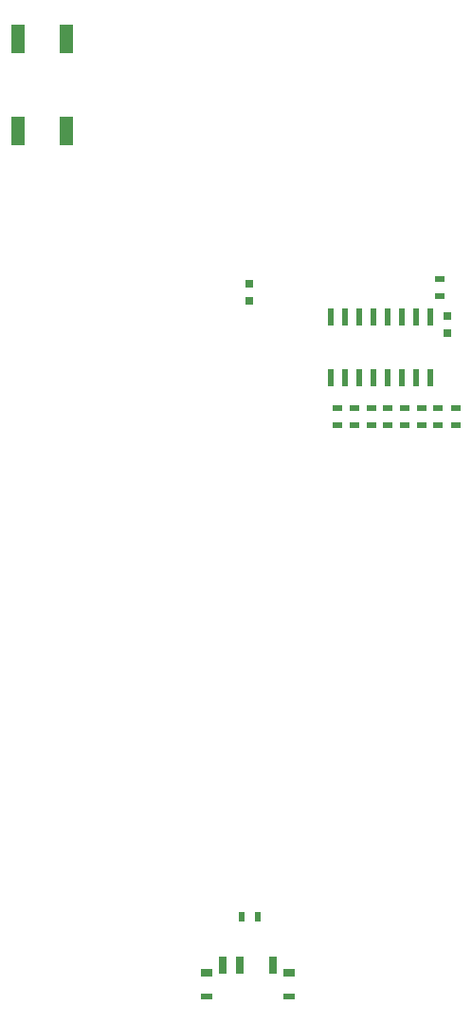
<source format=gbr>
G04 #@! TF.GenerationSoftware,KiCad,Pcbnew,no-vcs-found-bf44d39~61~ubuntu16.04.1*
G04 #@! TF.CreationDate,2018-01-11T19:38:33+02:00*
G04 #@! TF.ProjectId,shd18-badge,73686431382D62616467652E6B696361,rev?*
G04 #@! TF.SameCoordinates,Original*
G04 #@! TF.FileFunction,Paste,Bot*
G04 #@! TF.FilePolarity,Positive*
%FSLAX45Y45*%
G04 Gerber Fmt 4.5, Leading zero omitted, Abs format (unit mm)*
G04 Created by KiCad (PCBNEW no-vcs-found-bf44d39~61~ubuntu16.04.1) date Thu Jan 11 19:38:33 2018*
%MOMM*%
%LPD*%
G01*
G04 APERTURE LIST*
%ADD10R,0.900000X0.500000*%
%ADD11R,1.270000X2.540000*%
%ADD12R,0.700000X1.500000*%
%ADD13R,1.000000X0.600000*%
%ADD14R,1.000000X0.800000*%
%ADD15R,0.750000X0.800000*%
%ADD16R,0.600000X1.500000*%
%ADD17R,0.500000X0.900000*%
G04 APERTURE END LIST*
D10*
X30500000Y-16775000D03*
X30500000Y-16925000D03*
D11*
X26734100Y-14627100D03*
X27165900Y-14627100D03*
X27165900Y-15452900D03*
X26734100Y-15452900D03*
D12*
X28560000Y-22895000D03*
X28710000Y-22895000D03*
X29010000Y-22895000D03*
D13*
X28420000Y-23170000D03*
D14*
X28420000Y-22960000D03*
D13*
X29150000Y-23170000D03*
D14*
X29150000Y-22960000D03*
D15*
X28800000Y-16815000D03*
X28800000Y-16965000D03*
X30565962Y-17104853D03*
X30565962Y-17254853D03*
D16*
X30412456Y-17109940D03*
X30285456Y-17109940D03*
X30158456Y-17109940D03*
X30031456Y-17109940D03*
X29904456Y-17109940D03*
X29777456Y-17109940D03*
X29650456Y-17109940D03*
X29523456Y-17109940D03*
X29523456Y-17649940D03*
X29650456Y-17649940D03*
X29777456Y-17649940D03*
X29904456Y-17649940D03*
X30031456Y-17649940D03*
X30158456Y-17649940D03*
X30285456Y-17649940D03*
X30412456Y-17649940D03*
D10*
X29735962Y-18074853D03*
X29735962Y-17924853D03*
X29885962Y-17924853D03*
X29885962Y-18074853D03*
X30035962Y-18074853D03*
X30035962Y-17924853D03*
X30185962Y-17924853D03*
X30185962Y-18074853D03*
X30335962Y-18074853D03*
X30335962Y-17924853D03*
X30485962Y-17924853D03*
X30485962Y-18074853D03*
X30640000Y-18075000D03*
X30640000Y-17925000D03*
D17*
X28725000Y-22460000D03*
X28875000Y-22460000D03*
D10*
X29585962Y-17924853D03*
X29585962Y-18074853D03*
M02*

</source>
